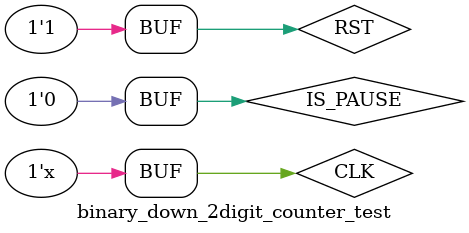
<source format=v>
`timescale 1ns / 1ps

//`include "global.v"

`define BCD_COUNTER_BITS 8

module binary_down_2digit_counter_test();

reg CLK;
reg RST;
reg IS_PAUSE;
wire [`BCD_COUNTER_BITS-1:0]Q;

binary_down_2digit_counter U0 (.clk(CLK), .rst(RST), .is_pause(IS_PAUSE), .q(Q));

initial
begin
    CLK = 0;
    RST = 0;
    IS_PAUSE = 0;
    #10 RST = 1;
    #10 RST = 0;
    #10 RST = 1;
end

always
begin
    #10; CLK = ~CLK;
end

endmodule

</source>
